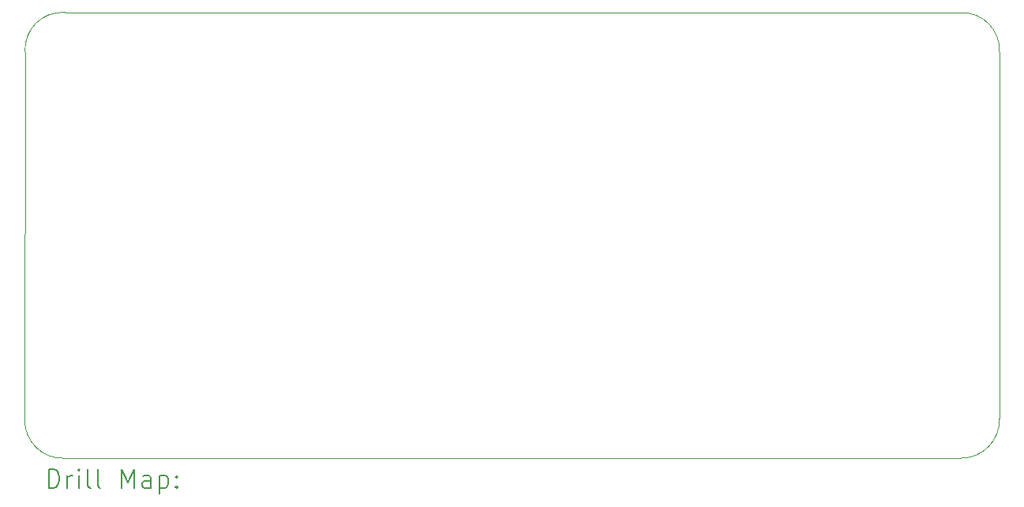
<source format=gbr>
%TF.GenerationSoftware,KiCad,Pcbnew,7.0.7*%
%TF.CreationDate,2024-06-02T15:26:51-07:00*%
%TF.ProjectId,AnalogBox,416e616c-6f67-4426-9f78-2e6b69636164,rev?*%
%TF.SameCoordinates,Original*%
%TF.FileFunction,Drillmap*%
%TF.FilePolarity,Positive*%
%FSLAX45Y45*%
G04 Gerber Fmt 4.5, Leading zero omitted, Abs format (unit mm)*
G04 Created by KiCad (PCBNEW 7.0.7) date 2024-06-02 15:26:51*
%MOMM*%
%LPD*%
G01*
G04 APERTURE LIST*
%ADD10C,0.100000*%
%ADD11C,0.200000*%
G04 APERTURE END LIST*
D10*
X18950000Y-12775000D02*
X18949522Y-8839973D01*
X8497902Y-12774896D02*
G75*
G03*
X8925000Y-13200000I405098J-20104D01*
G01*
X8928292Y-8412941D02*
X18536000Y-8415000D01*
X18536004Y-13199170D02*
G75*
G03*
X18950000Y-12775000I1996J412170D01*
G01*
X8497902Y-12774896D02*
X8500000Y-8840000D01*
X8925000Y-13200000D02*
X18536004Y-13199170D01*
X8928292Y-8412943D02*
G75*
G03*
X8500000Y-8840000I-29152J-399057D01*
G01*
X18949522Y-8839973D02*
G75*
G03*
X18536000Y-8415000I-401522J22973D01*
G01*
D11*
X8753180Y-13517081D02*
X8753180Y-13317081D01*
X8753180Y-13317081D02*
X8800799Y-13317081D01*
X8800799Y-13317081D02*
X8829370Y-13326605D01*
X8829370Y-13326605D02*
X8848418Y-13345652D01*
X8848418Y-13345652D02*
X8857942Y-13364700D01*
X8857942Y-13364700D02*
X8867466Y-13402795D01*
X8867466Y-13402795D02*
X8867466Y-13431366D01*
X8867466Y-13431366D02*
X8857942Y-13469462D01*
X8857942Y-13469462D02*
X8848418Y-13488509D01*
X8848418Y-13488509D02*
X8829370Y-13507557D01*
X8829370Y-13507557D02*
X8800799Y-13517081D01*
X8800799Y-13517081D02*
X8753180Y-13517081D01*
X8953180Y-13517081D02*
X8953180Y-13383747D01*
X8953180Y-13421843D02*
X8962704Y-13402795D01*
X8962704Y-13402795D02*
X8972227Y-13393271D01*
X8972227Y-13393271D02*
X8991275Y-13383747D01*
X8991275Y-13383747D02*
X9010323Y-13383747D01*
X9076989Y-13517081D02*
X9076989Y-13383747D01*
X9076989Y-13317081D02*
X9067466Y-13326605D01*
X9067466Y-13326605D02*
X9076989Y-13336128D01*
X9076989Y-13336128D02*
X9086513Y-13326605D01*
X9086513Y-13326605D02*
X9076989Y-13317081D01*
X9076989Y-13317081D02*
X9076989Y-13336128D01*
X9200799Y-13517081D02*
X9181751Y-13507557D01*
X9181751Y-13507557D02*
X9172227Y-13488509D01*
X9172227Y-13488509D02*
X9172227Y-13317081D01*
X9305561Y-13517081D02*
X9286513Y-13507557D01*
X9286513Y-13507557D02*
X9276989Y-13488509D01*
X9276989Y-13488509D02*
X9276989Y-13317081D01*
X9534132Y-13517081D02*
X9534132Y-13317081D01*
X9534132Y-13317081D02*
X9600799Y-13459938D01*
X9600799Y-13459938D02*
X9667466Y-13317081D01*
X9667466Y-13317081D02*
X9667466Y-13517081D01*
X9848418Y-13517081D02*
X9848418Y-13412319D01*
X9848418Y-13412319D02*
X9838894Y-13393271D01*
X9838894Y-13393271D02*
X9819847Y-13383747D01*
X9819847Y-13383747D02*
X9781751Y-13383747D01*
X9781751Y-13383747D02*
X9762704Y-13393271D01*
X9848418Y-13507557D02*
X9829370Y-13517081D01*
X9829370Y-13517081D02*
X9781751Y-13517081D01*
X9781751Y-13517081D02*
X9762704Y-13507557D01*
X9762704Y-13507557D02*
X9753180Y-13488509D01*
X9753180Y-13488509D02*
X9753180Y-13469462D01*
X9753180Y-13469462D02*
X9762704Y-13450414D01*
X9762704Y-13450414D02*
X9781751Y-13440890D01*
X9781751Y-13440890D02*
X9829370Y-13440890D01*
X9829370Y-13440890D02*
X9848418Y-13431366D01*
X9943656Y-13383747D02*
X9943656Y-13583747D01*
X9943656Y-13393271D02*
X9962704Y-13383747D01*
X9962704Y-13383747D02*
X10000799Y-13383747D01*
X10000799Y-13383747D02*
X10019847Y-13393271D01*
X10019847Y-13393271D02*
X10029370Y-13402795D01*
X10029370Y-13402795D02*
X10038894Y-13421843D01*
X10038894Y-13421843D02*
X10038894Y-13478985D01*
X10038894Y-13478985D02*
X10029370Y-13498033D01*
X10029370Y-13498033D02*
X10019847Y-13507557D01*
X10019847Y-13507557D02*
X10000799Y-13517081D01*
X10000799Y-13517081D02*
X9962704Y-13517081D01*
X9962704Y-13517081D02*
X9943656Y-13507557D01*
X10124608Y-13498033D02*
X10134132Y-13507557D01*
X10134132Y-13507557D02*
X10124608Y-13517081D01*
X10124608Y-13517081D02*
X10115085Y-13507557D01*
X10115085Y-13507557D02*
X10124608Y-13498033D01*
X10124608Y-13498033D02*
X10124608Y-13517081D01*
X10124608Y-13393271D02*
X10134132Y-13402795D01*
X10134132Y-13402795D02*
X10124608Y-13412319D01*
X10124608Y-13412319D02*
X10115085Y-13402795D01*
X10115085Y-13402795D02*
X10124608Y-13393271D01*
X10124608Y-13393271D02*
X10124608Y-13412319D01*
M02*

</source>
